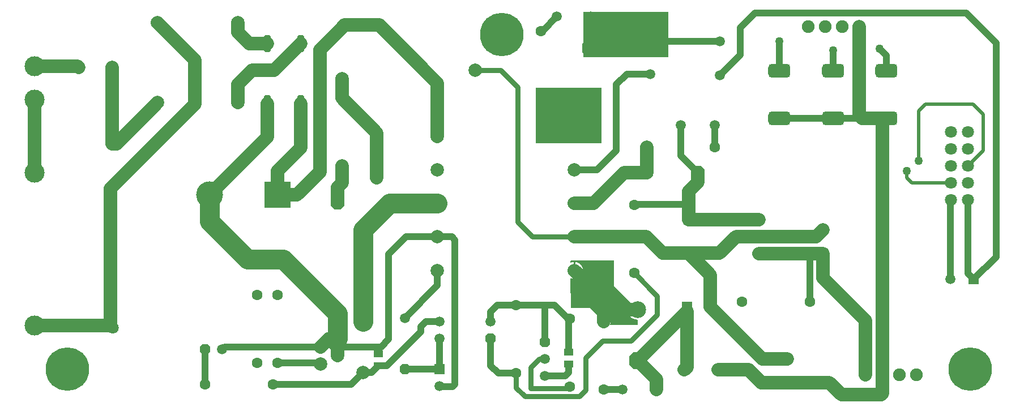
<source format=gbl>
%FSLAX24Y24*%
%MOIN*%
G70*
G01*
G75*
G04 Layer_Physical_Order=2*
G04 Layer_Color=16711680*
%ADD10R,0.0374X0.0551*%
%ADD11R,0.0551X0.0374*%
G04:AMPARAMS|DCode=12|XSize=228.3mil|YSize=244.1mil|CornerRadius=57.1mil|HoleSize=0mil|Usage=FLASHONLY|Rotation=0.000|XOffset=0mil|YOffset=0mil|HoleType=Round|Shape=RoundedRectangle|*
%AMROUNDEDRECTD12*
21,1,0.2283,0.1299,0,0,0.0*
21,1,0.1142,0.2441,0,0,0.0*
1,1,0.1142,0.0571,-0.0650*
1,1,0.1142,-0.0571,-0.0650*
1,1,0.1142,-0.0571,0.0650*
1,1,0.1142,0.0571,0.0650*
%
%ADD12ROUNDEDRECTD12*%
G04:AMPARAMS|DCode=13|XSize=63mil|YSize=118.1mil|CornerRadius=15.7mil|HoleSize=0mil|Usage=FLASHONLY|Rotation=0.000|XOffset=0mil|YOffset=0mil|HoleType=Round|Shape=RoundedRectangle|*
%AMROUNDEDRECTD13*
21,1,0.0630,0.0866,0,0,0.0*
21,1,0.0315,0.1181,0,0,0.0*
1,1,0.0315,0.0157,-0.0433*
1,1,0.0315,-0.0157,-0.0433*
1,1,0.0315,-0.0157,0.0433*
1,1,0.0315,0.0157,0.0433*
%
%ADD13ROUNDEDRECTD13*%
G04:AMPARAMS|DCode=14|XSize=40mil|YSize=60mil|CornerRadius=10mil|HoleSize=0mil|Usage=FLASHONLY|Rotation=270.000|XOffset=0mil|YOffset=0mil|HoleType=Round|Shape=RoundedRectangle|*
%AMROUNDEDRECTD14*
21,1,0.0400,0.0400,0,0,270.0*
21,1,0.0200,0.0600,0,0,270.0*
1,1,0.0200,-0.0200,-0.0100*
1,1,0.0200,-0.0200,0.0100*
1,1,0.0200,0.0200,0.0100*
1,1,0.0200,0.0200,-0.0100*
%
%ADD14ROUNDEDRECTD14*%
G04:AMPARAMS|DCode=15|XSize=40mil|YSize=60mil|CornerRadius=10mil|HoleSize=0mil|Usage=FLASHONLY|Rotation=180.000|XOffset=0mil|YOffset=0mil|HoleType=Round|Shape=RoundedRectangle|*
%AMROUNDEDRECTD15*
21,1,0.0400,0.0400,0,0,180.0*
21,1,0.0200,0.0600,0,0,180.0*
1,1,0.0200,-0.0100,0.0200*
1,1,0.0200,0.0100,0.0200*
1,1,0.0200,0.0100,-0.0200*
1,1,0.0200,-0.0100,-0.0200*
%
%ADD15ROUNDEDRECTD15*%
%ADD16C,0.0197*%
%ADD17C,0.0394*%
%ADD18C,0.0295*%
%ADD19C,0.0138*%
%ADD20C,0.0118*%
%ADD21C,0.0630*%
%ADD22R,0.0591X0.0591*%
%ADD23C,0.0591*%
%ADD24R,0.0630X0.0630*%
%ADD25C,0.0748*%
G04:AMPARAMS|DCode=26|XSize=98.4mil|YSize=98.4mil|CornerRadius=0mil|HoleSize=0mil|Usage=FLASHONLY|Rotation=90.000|XOffset=0mil|YOffset=0mil|HoleType=Round|Shape=Octagon|*
%AMOCTAGOND26*
4,1,8,0.0246,0.0492,-0.0246,0.0492,-0.0492,0.0246,-0.0492,-0.0246,-0.0246,-0.0492,0.0246,-0.0492,0.0492,-0.0246,0.0492,0.0246,0.0246,0.0492,0.0*
%
%ADD26OCTAGOND26*%

%ADD27C,0.0984*%
%ADD28C,0.0787*%
G04:AMPARAMS|DCode=29|XSize=78.7mil|YSize=78.7mil|CornerRadius=0mil|HoleSize=0mil|Usage=FLASHONLY|Rotation=0.000|XOffset=0mil|YOffset=0mil|HoleType=Round|Shape=Octagon|*
%AMOCTAGOND29*
4,1,8,0.0394,-0.0197,0.0394,0.0197,0.0197,0.0394,-0.0197,0.0394,-0.0394,0.0197,-0.0394,-0.0197,-0.0197,-0.0394,0.0197,-0.0394,0.0394,-0.0197,0.0*
%
%ADD29OCTAGOND29*%

G04:AMPARAMS|DCode=30|XSize=59.1mil|YSize=59.1mil|CornerRadius=0mil|HoleSize=0mil|Usage=FLASHONLY|Rotation=180.000|XOffset=0mil|YOffset=0mil|HoleType=Round|Shape=Octagon|*
%AMOCTAGOND30*
4,1,8,-0.0295,0.0148,-0.0295,-0.0148,-0.0148,-0.0295,0.0148,-0.0295,0.0295,-0.0148,0.0295,0.0148,0.0148,0.0295,-0.0148,0.0295,-0.0295,0.0148,0.0*
%
%ADD30OCTAGOND30*%

%ADD31C,0.2559*%
%ADD32C,0.1181*%
%ADD33R,0.0591X0.0591*%
%ADD34C,0.0709*%
%ADD35C,0.1575*%
%ADD36R,0.1575X0.1575*%
G04:AMPARAMS|DCode=37|XSize=59.1mil|YSize=59.1mil|CornerRadius=0mil|HoleSize=0mil|Usage=FLASHONLY|Rotation=270.000|XOffset=0mil|YOffset=0mil|HoleType=Round|Shape=Octagon|*
%AMOCTAGOND37*
4,1,8,-0.0148,-0.0295,0.0148,-0.0295,0.0295,-0.0148,0.0295,0.0148,0.0148,0.0295,-0.0148,0.0295,-0.0295,0.0148,-0.0295,-0.0148,-0.0148,-0.0295,0.0*
%
%ADD37OCTAGOND37*%

%ADD38C,0.0669*%
%ADD39C,0.0500*%
%ADD40R,0.0551X0.0413*%
G04:AMPARAMS|DCode=41|XSize=80mil|YSize=130mil|CornerRadius=20mil|HoleSize=0mil|Usage=FLASHONLY|Rotation=270.000|XOffset=0mil|YOffset=0mil|HoleType=Round|Shape=RoundedRectangle|*
%AMROUNDEDRECTD41*
21,1,0.0800,0.0900,0,0,270.0*
21,1,0.0400,0.1300,0,0,270.0*
1,1,0.0400,-0.0450,-0.0200*
1,1,0.0400,-0.0450,0.0200*
1,1,0.0400,0.0450,0.0200*
1,1,0.0400,0.0450,-0.0200*
%
%ADD41ROUNDEDRECTD41*%
G04:AMPARAMS|DCode=42|XSize=39.4mil|YSize=98.4mil|CornerRadius=9.8mil|HoleSize=0mil|Usage=FLASHONLY|Rotation=180.000|XOffset=0mil|YOffset=0mil|HoleType=Round|Shape=RoundedRectangle|*
%AMROUNDEDRECTD42*
21,1,0.0394,0.0787,0,0,180.0*
21,1,0.0197,0.0984,0,0,180.0*
1,1,0.0197,-0.0098,0.0394*
1,1,0.0197,0.0098,0.0394*
1,1,0.0197,0.0098,-0.0394*
1,1,0.0197,-0.0098,-0.0394*
%
%ADD42ROUNDEDRECTD42*%
%ADD43C,0.0787*%
%ADD44C,0.1181*%
%ADD45R,0.5000X0.2700*%
%ADD46R,0.3850X0.3250*%
G36*
X45950Y16700D02*
X46929Y15721D01*
X46855Y15631D01*
X46800Y15528D01*
X46766Y15416D01*
X46760Y15350D01*
X47350D01*
Y15250D01*
X46760D01*
X46766Y15184D01*
X46800Y15072D01*
X46855Y14969D01*
X46929Y14879D01*
X47019Y14805D01*
X47122Y14750D01*
X47234Y14716D01*
X47350Y14705D01*
Y14400D01*
X45761D01*
X45734Y14442D01*
X45754Y14492D01*
X45762Y14550D01*
X45350D01*
Y14600D01*
X45300D01*
Y15012D01*
X45242Y15004D01*
X45141Y14962D01*
X45054Y14896D01*
X44550Y15400D01*
X43408D01*
X43396Y17133D01*
X43438Y17161D01*
X43507Y17132D01*
X43585Y17122D01*
Y17613D01*
Y18104D01*
X43507Y18094D01*
X43432Y18063D01*
X43390Y18091D01*
X43389Y18165D01*
X43425Y18200D01*
X45950D01*
Y16700D01*
D02*
G37*
%LPC*%
G36*
X45400Y15012D02*
Y14650D01*
X45762D01*
X45754Y14708D01*
X45712Y14809D01*
X45646Y14896D01*
X45559Y14962D01*
X45458Y15004D01*
X45400Y15012D01*
D02*
G37*
G36*
X43685Y18104D02*
Y17663D01*
X44127D01*
X44116Y17742D01*
X44067Y17862D01*
X43988Y17965D01*
X43884Y18044D01*
X43764Y18094D01*
X43685Y18104D01*
D02*
G37*
G36*
X44127Y17563D02*
X43685D01*
Y17122D01*
X43764Y17132D01*
X43884Y17182D01*
X43988Y17261D01*
X44067Y17364D01*
X44116Y17484D01*
X44127Y17563D01*
D02*
G37*
%LPD*%
D16*
X22000Y20350D02*
X22150Y20500D01*
X21900Y21800D02*
X22150Y22050D01*
X63500Y22750D02*
X65800D01*
X63200Y23050D02*
X63500Y22750D01*
X63200Y23050D02*
Y23450D01*
X66800Y23750D02*
X67700Y24650D01*
Y26800D01*
X67100Y27400D02*
X67700Y26800D01*
X64300Y27400D02*
X67100D01*
X63900Y27000D02*
X64300Y27400D01*
X63900Y24050D02*
Y27000D01*
D17*
X23050Y13100D02*
X28700D01*
X22900Y12950D02*
X23050Y13100D01*
X58850Y26550D02*
X60550D01*
X55700D02*
X58850D01*
X60400Y26700D02*
X60550Y26550D01*
X61600Y30650D02*
X62000Y30250D01*
Y29350D02*
Y30250D01*
X58850Y29350D02*
Y30550D01*
X55700Y29350D02*
Y31100D01*
X35565Y19582D02*
X36418D01*
X35700Y11800D02*
Y13600D01*
X33650Y11800D02*
X35700D01*
Y10750D02*
X36450D01*
X26150Y12150D02*
X28650D01*
X21900Y10900D02*
Y13000D01*
X35565Y16715D02*
Y17613D01*
X33650Y14800D02*
X35565Y16715D01*
X33732Y19582D02*
X35565D01*
X32700Y18550D02*
X33732Y19582D01*
X30500Y10900D02*
X31200Y11600D01*
X25900Y10900D02*
X30500D01*
X29700Y13100D02*
X32250D01*
X32700Y13550D01*
Y18550D01*
X31200Y11600D02*
X31704D01*
X32100Y11996D01*
X32104Y12000D01*
X34600Y14300D02*
X34900Y14600D01*
X35700D01*
X32104Y12000D02*
X32600D01*
X34600Y14000D01*
Y14300D01*
X36450Y10750D02*
X36600Y10900D01*
Y19400D01*
X36418Y19582D02*
X36600Y19400D01*
X43635Y25487D02*
X44600Y26452D01*
Y27700D01*
X41650D02*
X44600D01*
X41650Y31700D02*
X41750D01*
X42600Y32550D01*
X44600Y30700D02*
Y32550D01*
Y30700D02*
X47666D01*
X48100Y31134D01*
X48134Y31100D02*
X52200D01*
X48100Y31134D02*
X48134Y31100D01*
X52200Y29100D02*
X53400Y30300D01*
Y31900D01*
X43635Y23519D02*
X44969D01*
X46100Y24650D01*
Y28550D01*
X46716Y29166D01*
X48100D01*
X51900Y24850D02*
Y26050D01*
X51800Y26150D02*
X51900Y26050D01*
X49900Y24350D02*
Y26150D01*
Y24350D02*
X50900Y23350D01*
X47150Y21450D02*
X47200Y21500D01*
X50350D01*
X45350Y10600D02*
X46450D01*
X57500Y15750D02*
Y18550D01*
X38700Y14600D02*
Y15150D01*
X39100Y15550D01*
X40200D01*
X38700Y12000D02*
Y13600D01*
Y12000D02*
X39150Y11550D01*
X40200D01*
Y15550D02*
X42450D01*
X41900Y13400D02*
Y15500D01*
X43300Y12804D02*
Y14600D01*
Y11600D02*
Y12096D01*
X43100Y11400D02*
X43300Y11600D01*
X41900Y11400D02*
X43100D01*
X42450Y15550D02*
X43350Y14650D01*
X66800Y17439D02*
Y21750D01*
Y17439D02*
X67139Y17100D01*
X65761D02*
Y21711D01*
X68450Y18411D02*
Y31000D01*
X67139Y17100D02*
X68450Y18411D01*
X53400Y31900D02*
X54250Y32750D01*
X66700D01*
X68450Y31000D01*
D18*
X37800Y29400D02*
X39300D01*
X40300Y28400D01*
Y20450D02*
Y28400D01*
Y20450D02*
X41168Y19582D01*
X43635D01*
X41550Y12400D02*
X41900D01*
X41050Y11900D02*
X41550Y12400D01*
X41050Y10650D02*
Y11900D01*
Y10650D02*
X43350D01*
X47150Y17450D02*
X48500Y16100D01*
Y15000D02*
Y16100D01*
X46950Y13450D02*
X48500Y15000D01*
X45300Y13450D02*
X46950D01*
X44300Y12450D02*
X45300Y13450D01*
X44300Y10550D02*
Y12450D01*
X43937Y10187D02*
X44300Y10550D01*
X40713Y10187D02*
X43937D01*
X40200Y10700D02*
X40713Y10187D01*
X40200Y10700D02*
Y11550D01*
D21*
X53500Y15750D02*
D03*
X57500D02*
D03*
X51639Y15450D02*
D03*
X45350Y10600D02*
D03*
Y14600D02*
D03*
X24950Y16150D02*
D03*
Y12150D02*
D03*
X26150Y16150D02*
D03*
Y12150D02*
D03*
X29950Y27750D02*
D03*
Y23750D02*
D03*
X25900Y10900D02*
D03*
X21900D02*
D03*
X16434Y29550D02*
D03*
X14466D02*
D03*
X51900Y24850D02*
D03*
X47900D02*
D03*
X47150Y21450D02*
D03*
Y17450D02*
D03*
X40200Y11550D02*
D03*
Y15550D02*
D03*
X43350Y10750D02*
D03*
Y14750D02*
D03*
X41650Y31700D02*
D03*
Y27700D02*
D03*
D22*
X56150Y11011D02*
D03*
X58250Y18611D02*
D03*
X50350Y20584D02*
D03*
X35700Y11800D02*
D03*
X48100Y31134D02*
D03*
D23*
X56150Y12389D02*
D03*
X50100Y11750D02*
D03*
X52100D02*
D03*
X44600Y32550D02*
D03*
X42600D02*
D03*
X58250Y19989D02*
D03*
X54500Y20600D02*
D03*
Y18600D02*
D03*
X22900Y12950D02*
D03*
X65761Y17100D02*
D03*
X49900Y26150D02*
D03*
X51900D02*
D03*
X50350Y18616D02*
D03*
X33650Y14800D02*
D03*
X35700Y10800D02*
D03*
X41900Y12400D02*
D03*
Y11400D02*
D03*
X38700Y14600D02*
D03*
X35700D02*
D03*
Y13600D02*
D03*
X48450Y10600D02*
D03*
X46450D02*
D03*
X48100Y29166D02*
D03*
X52200Y31100D02*
D03*
Y29100D02*
D03*
D24*
X50261Y15450D02*
D03*
D25*
X60400Y31950D02*
D03*
X59400D02*
D03*
X58400D02*
D03*
X57400D02*
D03*
X63750Y11450D02*
D03*
X62750D02*
D03*
X61750D02*
D03*
X60750D02*
D03*
D26*
X44600Y30700D02*
D03*
X47350Y12300D02*
D03*
D27*
X44600Y27700D02*
D03*
X47350Y15300D02*
D03*
D28*
X47900Y23350D02*
D03*
X37800Y29400D02*
D03*
X34800D02*
D03*
X35565Y25487D02*
D03*
Y23519D02*
D03*
Y21550D02*
D03*
Y19582D02*
D03*
Y17613D02*
D03*
X43635D02*
D03*
Y19582D02*
D03*
Y21550D02*
D03*
Y23519D02*
D03*
Y25487D02*
D03*
X32700Y21600D02*
D03*
X19088Y27488D02*
D03*
X23812D02*
D03*
Y32212D02*
D03*
X19088D02*
D03*
X28700Y13100D02*
D03*
Y12100D02*
D03*
X31200Y14600D02*
D03*
X29700Y13600D02*
D03*
Y12600D02*
D03*
X31200Y11600D02*
D03*
X29950Y31900D02*
D03*
Y28900D02*
D03*
D29*
X50900Y23350D02*
D03*
X29700Y21600D02*
D03*
D30*
X21900Y12950D02*
D03*
X41900Y13400D02*
D03*
X38700Y13600D02*
D03*
D31*
X66929Y11811D02*
D03*
X39370Y31496D02*
D03*
X13780Y11811D02*
D03*
D32*
X11850Y14350D02*
D03*
Y23350D02*
D03*
Y29634D02*
D03*
Y27666D02*
D03*
D33*
X67139Y17100D02*
D03*
D34*
X16450Y14237D02*
D03*
Y25063D02*
D03*
X66800Y21750D02*
D03*
X65800D02*
D03*
X66800Y22750D02*
D03*
X65800D02*
D03*
Y23750D02*
D03*
X66800D02*
D03*
X65800Y24750D02*
D03*
X66800D02*
D03*
X65800Y25750D02*
D03*
X66800D02*
D03*
D35*
X22150Y22050D02*
D03*
D36*
X26150D02*
D03*
D37*
X33650Y11800D02*
D03*
D38*
X32000Y23050D02*
D03*
Y32050D02*
D03*
D39*
X61600Y30650D02*
D03*
X58850Y30550D02*
D03*
X55700Y31100D02*
D03*
X63200Y23450D02*
D03*
X63900Y24050D02*
D03*
D40*
X43300Y12804D02*
D03*
Y12096D02*
D03*
X32100Y11996D02*
D03*
Y12704D02*
D03*
D41*
X62000Y26550D02*
D03*
Y29350D02*
D03*
X58850Y26550D02*
D03*
Y29350D02*
D03*
X55700Y26550D02*
D03*
Y29350D02*
D03*
D42*
X27534Y30972D02*
D03*
X25566D02*
D03*
Y27428D02*
D03*
X27534D02*
D03*
D43*
X29200Y13600D02*
X29700Y13100D01*
X60550Y26550D02*
X62000D01*
X60400Y26700D02*
Y31950D01*
X11850Y29634D02*
X14381D01*
X14466Y29550D01*
X11850Y23350D02*
Y27666D01*
X16434Y25079D02*
Y29550D01*
X16679Y25079D02*
X19088Y27488D01*
X16434Y25079D02*
X16679D01*
X11850Y14350D02*
X16337D01*
Y22437D01*
X21300Y27400D01*
Y30000D01*
X19088Y32212D02*
X21300Y30000D01*
X23812Y31638D02*
Y32212D01*
Y31638D02*
X24478Y30972D01*
X25566D01*
X23812Y27488D02*
Y28562D01*
X24650Y29400D01*
X25963D01*
X27534Y30972D01*
X25566Y25466D02*
Y27428D01*
X22150Y22050D02*
X25566Y25466D01*
X27534Y24834D02*
Y27428D01*
X26150Y23450D02*
X27534Y24834D01*
X26150Y22050D02*
Y23450D01*
Y22050D02*
X27300D01*
X28650Y23400D01*
Y30600D01*
X29950Y31900D01*
X30100Y32050D01*
X32000D01*
X32150D01*
X35565Y25487D02*
Y28635D01*
X32150Y32050D02*
X34800Y29400D01*
X35565Y28635D01*
X29950Y27750D02*
Y28900D01*
Y27750D02*
X32000Y25700D01*
Y23050D02*
Y25700D01*
X29950Y22750D02*
Y23750D01*
X29700Y22500D02*
X29950Y22750D01*
X29700Y21600D02*
Y22500D01*
X28700Y13100D02*
X29200Y13600D01*
X29700Y12600D02*
Y13100D01*
X43635Y21550D02*
X44750D01*
X46550Y23350D01*
X47900D01*
X50900Y22800D02*
Y23350D01*
X50350Y22250D02*
X50900Y22800D01*
X47900Y23350D02*
Y24850D01*
X50350Y20584D02*
X54484D01*
X54500Y18600D02*
X58239D01*
X50350Y20584D02*
Y21500D01*
Y22250D01*
X47350Y12300D02*
X50261Y15211D01*
Y11911D02*
Y15211D01*
X50100Y11750D02*
X50261Y11911D01*
X48450Y10600D02*
Y11200D01*
X47350Y12300D02*
X48450Y11200D01*
X43635Y17613D02*
X45350Y15898D01*
Y15300D02*
X47350D01*
X45350Y14600D02*
Y15300D01*
Y15898D01*
X52100Y11750D02*
X53900D01*
X54639Y11011D01*
X56150D01*
X58639D01*
X59350Y10300D01*
X61700D01*
X61750Y10350D01*
Y11450D01*
X58250Y17150D02*
Y18611D01*
Y17150D02*
X60750Y14650D01*
Y11450D02*
Y14650D01*
X61750Y11450D02*
Y26300D01*
X43635Y19582D02*
X47868D01*
X48834Y18616D01*
X50350D01*
X51639Y17327D01*
Y15450D02*
Y17327D01*
X54700Y12389D02*
X56150D01*
X51639Y15450D02*
X54700Y12389D01*
X50350Y18616D02*
X52166D01*
X53150Y19600D01*
X57861D01*
X58250Y19989D01*
D44*
X32750Y21550D02*
X35565D01*
X31200Y14600D02*
Y20000D01*
X32750Y21550D01*
X22150Y20500D02*
Y22050D01*
X29700Y13600D02*
Y15050D01*
X22150Y20500D02*
X24400Y18250D01*
X26500D01*
X29700Y15050D01*
D45*
X46650Y31500D02*
D03*
D46*
X43275Y26725D02*
D03*
M02*

</source>
